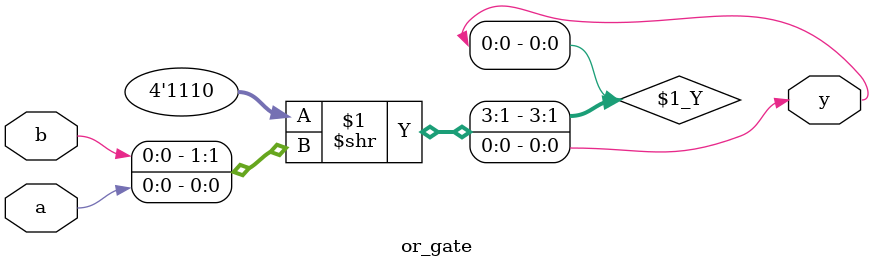
<source format=v>
/* Generated by Yosys 0.35+58 (git sha1 8bd681acf, gcc 9.4.0-1ubuntu1~20.04.2 -fPIC -Os) */

(* top =  1  *)
(* src = "./benchmark/or.v:1.1-3.10" *)
module or_gate(a, b, y);
  (* src = "./benchmark/or.v:1.22-1.23" *)
  input a;
  wire a;
  (* src = "./benchmark/or.v:1.31-1.32" *)
  input b;
  wire b;
  (* src = "./benchmark/or.v:1.41-1.42" *)
  output y;
  wire y;
  assign y = 4'he >> { b, a };
endmodule

</source>
